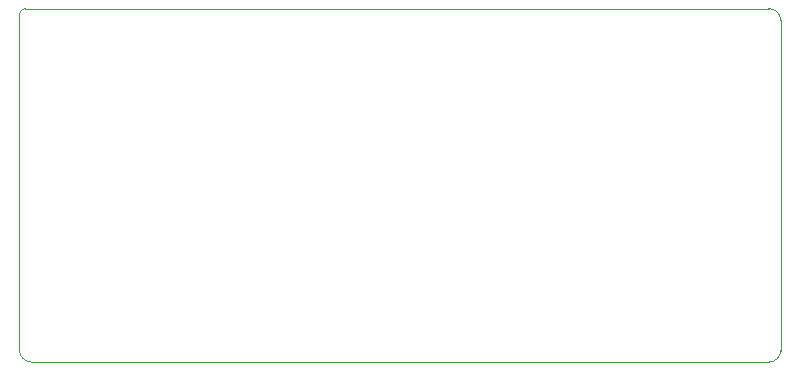
<source format=gbr>
%TF.GenerationSoftware,KiCad,Pcbnew,(5.1.9-16-g1737927814)-1*%
%TF.CreationDate,2021-06-02T15:54:43-05:00*%
%TF.ProjectId,loopback_tester,6c6f6f70-6261-4636-9b5f-746573746572,rev?*%
%TF.SameCoordinates,PX59d60c0PY325aa00*%
%TF.FileFunction,Profile,NP*%
%FSLAX46Y46*%
G04 Gerber Fmt 4.6, Leading zero omitted, Abs format (unit mm)*
G04 Created by KiCad (PCBNEW (5.1.9-16-g1737927814)-1) date 2021-06-02 15:54:43*
%MOMM*%
%LPD*%
G01*
G04 APERTURE LIST*
%TA.AperFunction,Profile*%
%ADD10C,0.050000*%
%TD*%
G04 APERTURE END LIST*
D10*
X144052000Y-45696000D02*
G75*
G03*
X145012000Y-44736000I0J960000D01*
G01*
X81552000Y-45696000D02*
X144052000Y-45696000D01*
X81552000Y-45696800D02*
G75*
G02*
X80552000Y-44736000I0J1000800D01*
G01*
X80552000Y-16288000D02*
X80552000Y-44736000D01*
X145012000Y-16780000D02*
X145012000Y-44736000D01*
X81060000Y-15780000D02*
X144012000Y-15780000D01*
X80552000Y-16288000D02*
G75*
G02*
X81060000Y-15780000I508000J0D01*
G01*
X144012000Y-15780000D02*
G75*
G02*
X145012000Y-16780000I0J-1000000D01*
G01*
M02*

</source>
